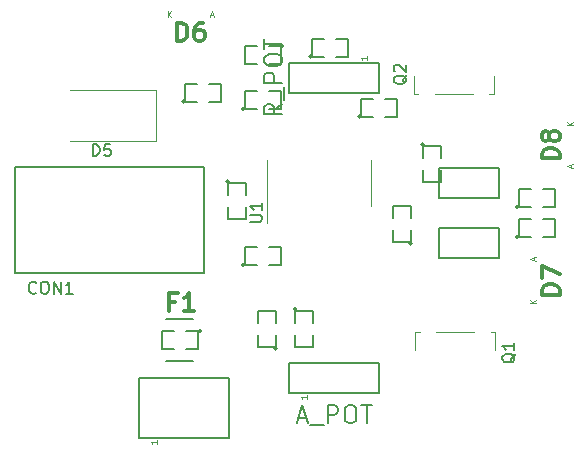
<source format=gbr>
G04 #@! TF.GenerationSoftware,KiCad,Pcbnew,5.99.0-unknown-d20d310~100~ubuntu19.10.1*
G04 #@! TF.CreationDate,2019-12-12T13:35:59+01:00*
G04 #@! TF.ProjectId,DEWHEAT,44455748-4541-4542-9e6b-696361645f70,rev?*
G04 #@! TF.SameCoordinates,Original*
G04 #@! TF.FileFunction,Legend,Top*
G04 #@! TF.FilePolarity,Positive*
%FSLAX46Y46*%
G04 Gerber Fmt 4.6, Leading zero omitted, Abs format (unit mm)*
G04 Created by KiCad (PCBNEW 5.99.0-unknown-d20d310~100~ubuntu19.10.1) date 2019-12-12 13:35:59*
%MOMM*%
%LPD*%
G04 APERTURE LIST*
%ADD10C,0.127000*%
%ADD11C,0.120000*%
%ADD12C,0.150000*%
%ADD13C,0.203200*%
%ADD14C,0.050000*%
%ADD15C,0.304800*%
%ADD16C,0.099060*%
G04 APERTURE END LIST*
D10*
X81675000Y-73715000D02*
X81675000Y-64715000D01*
X81675000Y-64715000D02*
X65675000Y-64715000D01*
X65675000Y-64715000D02*
X65675000Y-73715000D01*
X65675000Y-73715000D02*
X81675000Y-73715000D01*
D11*
X77625000Y-62475000D02*
X70325000Y-62475000D01*
X77625000Y-58175000D02*
X70325000Y-58175000D01*
X77625000Y-62475000D02*
X77625000Y-58175000D01*
D12*
X88900000Y-55880000D02*
X96520000Y-55880000D01*
X88900000Y-58420000D02*
X88900000Y-55880000D01*
X96520000Y-58420000D02*
X88900000Y-58420000D01*
X96520000Y-55880000D02*
X96520000Y-58420000D01*
X96520000Y-83820000D02*
X88900000Y-83820000D01*
X96520000Y-81280000D02*
X96520000Y-83820000D01*
X88900000Y-81280000D02*
X96520000Y-81280000D01*
X88900000Y-83820000D02*
X88900000Y-81280000D01*
X88201500Y-73025000D02*
X87185500Y-73025000D01*
X88201500Y-71501000D02*
X88201500Y-73025000D01*
X87185500Y-71501000D02*
X88201500Y-71501000D01*
X86169500Y-73025000D02*
X85153500Y-73025000D01*
X85153500Y-73025000D02*
G75*
G03X85153500Y-73025000I-127000J0D01*
G01*
X85153500Y-73025000D02*
X85153500Y-71501000D01*
X85153500Y-71501000D02*
X86169500Y-71501000D01*
D11*
X87005000Y-66040000D02*
X87005000Y-69490000D01*
X87005000Y-66040000D02*
X87005000Y-64090000D01*
X95875000Y-66040000D02*
X95875000Y-67990000D01*
X95875000Y-66040000D02*
X95875000Y-64090000D01*
D12*
X111379000Y-68072000D02*
X110363000Y-68072000D01*
X111379000Y-66548000D02*
X111379000Y-68072000D01*
X110363000Y-66548000D02*
X111379000Y-66548000D01*
X109347000Y-68072000D02*
X108331000Y-68072000D01*
X108331000Y-68072000D02*
G75*
G03X108331000Y-68072000I-127000J0D01*
G01*
X108331000Y-68072000D02*
X108331000Y-66548000D01*
X108331000Y-66548000D02*
X109347000Y-66548000D01*
X111379000Y-70612000D02*
X110363000Y-70612000D01*
X111379000Y-69088000D02*
X111379000Y-70612000D01*
X110363000Y-69088000D02*
X111379000Y-69088000D01*
X109347000Y-70612000D02*
X108331000Y-70612000D01*
X108331000Y-70612000D02*
G75*
G03X108331000Y-70612000I-127000J0D01*
G01*
X108331000Y-70612000D02*
X108331000Y-69088000D01*
X108331000Y-69088000D02*
X109347000Y-69088000D01*
X100203000Y-65976500D02*
X100203000Y-64960500D01*
X101727000Y-65976500D02*
X100203000Y-65976500D01*
X101727000Y-64960500D02*
X101727000Y-65976500D01*
X100203000Y-63944500D02*
X100203000Y-62928500D01*
X100330000Y-62801500D02*
G75*
G03X100330000Y-62801500I-127000J0D01*
G01*
X100203000Y-62928500D02*
X101727000Y-62928500D01*
X101727000Y-62928500D02*
X101727000Y-63944500D01*
X99187000Y-68008500D02*
X99187000Y-69024500D01*
X97663000Y-68008500D02*
X99187000Y-68008500D01*
X97663000Y-69024500D02*
X97663000Y-68008500D01*
X99187000Y-70040500D02*
X99187000Y-71056500D01*
X99314000Y-71183500D02*
G75*
G03X99314000Y-71183500I-127000J0D01*
G01*
X99187000Y-71056500D02*
X97663000Y-71056500D01*
X97663000Y-71056500D02*
X97663000Y-70040500D01*
X83121500Y-59182000D02*
X82105500Y-59182000D01*
X83121500Y-57658000D02*
X83121500Y-59182000D01*
X82105500Y-57658000D02*
X83121500Y-57658000D01*
X81089500Y-59182000D02*
X80073500Y-59182000D01*
X80073500Y-59182000D02*
G75*
G03X80073500Y-59182000I-127000J0D01*
G01*
X80073500Y-59182000D02*
X80073500Y-57658000D01*
X80073500Y-57658000D02*
X81089500Y-57658000D01*
X78168500Y-78613000D02*
X79184500Y-78613000D01*
X78168500Y-80137000D02*
X78168500Y-78613000D01*
X79184500Y-80137000D02*
X78168500Y-80137000D01*
X80200500Y-78613000D02*
X81216500Y-78613000D01*
X81470500Y-78613000D02*
G75*
G03X81470500Y-78613000I-127000J0D01*
G01*
X81216500Y-78613000D02*
X81216500Y-80137000D01*
X81216500Y-80137000D02*
X80200500Y-80137000D01*
D11*
X99820000Y-58550000D02*
X99470000Y-58550000D01*
X99470000Y-58550000D02*
X99470000Y-57050000D01*
X104470000Y-58550000D02*
X101270000Y-58550000D01*
X106270000Y-57050000D02*
X106270000Y-58550000D01*
X106270000Y-58550000D02*
X105870000Y-58550000D01*
X106020000Y-78720000D02*
X106370000Y-78720000D01*
X106370000Y-78720000D02*
X106370000Y-80220000D01*
X101370000Y-78720000D02*
X104570000Y-78720000D01*
X99570000Y-80220000D02*
X99570000Y-78720000D01*
X99570000Y-78720000D02*
X99970000Y-78720000D01*
D12*
X106680000Y-67310000D02*
X101600000Y-67310000D01*
X106680000Y-64770000D02*
X106680000Y-67310000D01*
X101600000Y-64770000D02*
X106680000Y-64770000D01*
X101600000Y-67310000D02*
X101600000Y-64770000D01*
X106680000Y-72390000D02*
X101600000Y-72390000D01*
X106680000Y-69850000D02*
X106680000Y-72390000D01*
X101600000Y-69850000D02*
X106680000Y-69850000D01*
X101600000Y-72390000D02*
X101600000Y-69850000D01*
X83820000Y-87630000D02*
X76200000Y-87630000D01*
X83820000Y-82550000D02*
X83820000Y-87630000D01*
X76200000Y-82550000D02*
X83820000Y-82550000D01*
X76200000Y-87630000D02*
X76200000Y-82550000D01*
X78497000Y-77597000D02*
X80783000Y-77597000D01*
X78497000Y-81153000D02*
X80783000Y-81153000D01*
X85153500Y-54483000D02*
X86169500Y-54483000D01*
X85153500Y-56007000D02*
X85153500Y-54483000D01*
X86169500Y-56007000D02*
X85153500Y-56007000D01*
X87185500Y-54483000D02*
X88201500Y-54483000D01*
X88455500Y-54483000D02*
G75*
G03X88455500Y-54483000I-127000J0D01*
G01*
X88201500Y-54483000D02*
X88201500Y-56007000D01*
X88201500Y-56007000D02*
X87185500Y-56007000D01*
X87757000Y-76898500D02*
X87757000Y-77914500D01*
X86233000Y-76898500D02*
X87757000Y-76898500D01*
X86233000Y-77914500D02*
X86233000Y-76898500D01*
X87757000Y-78930500D02*
X87757000Y-79946500D01*
X87884000Y-80073500D02*
G75*
G03X87884000Y-80073500I-127000J0D01*
G01*
X87757000Y-79946500D02*
X86233000Y-79946500D01*
X86233000Y-79946500D02*
X86233000Y-78930500D01*
X93916500Y-55372000D02*
X92900500Y-55372000D01*
X93916500Y-53848000D02*
X93916500Y-55372000D01*
X92900500Y-53848000D02*
X93916500Y-53848000D01*
X91884500Y-55372000D02*
X90868500Y-55372000D01*
X90868500Y-55372000D02*
G75*
G03X90868500Y-55372000I-127000J0D01*
G01*
X90868500Y-55372000D02*
X90868500Y-53848000D01*
X90868500Y-53848000D02*
X91884500Y-53848000D01*
X89408000Y-79946500D02*
X89408000Y-78930500D01*
X90932000Y-79946500D02*
X89408000Y-79946500D01*
X90932000Y-78930500D02*
X90932000Y-79946500D01*
X89408000Y-77914500D02*
X89408000Y-76898500D01*
X89535000Y-76771500D02*
G75*
G03X89535000Y-76771500I-127000J0D01*
G01*
X89408000Y-76898500D02*
X90932000Y-76898500D01*
X90932000Y-76898500D02*
X90932000Y-77914500D01*
X98044000Y-60452000D02*
X97028000Y-60452000D01*
X98044000Y-58928000D02*
X98044000Y-60452000D01*
X97028000Y-58928000D02*
X98044000Y-58928000D01*
X96012000Y-60452000D02*
X94996000Y-60452000D01*
X94996000Y-60452000D02*
G75*
G03X94996000Y-60452000I-127000J0D01*
G01*
X94996000Y-60452000D02*
X94996000Y-58928000D01*
X94996000Y-58928000D02*
X96012000Y-58928000D01*
X83693000Y-69151500D02*
X83693000Y-68135500D01*
X85217000Y-69151500D02*
X83693000Y-69151500D01*
X85217000Y-68135500D02*
X85217000Y-69151500D01*
X83693000Y-67119500D02*
X83693000Y-66103500D01*
X83820000Y-65976500D02*
G75*
G03X83820000Y-65976500I-127000J0D01*
G01*
X83693000Y-66103500D02*
X85217000Y-66103500D01*
X85217000Y-66103500D02*
X85217000Y-67119500D01*
X88201500Y-59817000D02*
X87185500Y-59817000D01*
X88201500Y-58293000D02*
X88201500Y-59817000D01*
X87185500Y-58293000D02*
X88201500Y-58293000D01*
X86169500Y-59817000D02*
X85153500Y-59817000D01*
X85153500Y-59817000D02*
G75*
G03X85153500Y-59817000I-127000J0D01*
G01*
X85153500Y-59817000D02*
X85153500Y-58293000D01*
X85153500Y-58293000D02*
X86169500Y-58293000D01*
D13*
X67485985Y-75343657D02*
X67437604Y-75392038D01*
X67292461Y-75440419D01*
X67195700Y-75440419D01*
X67050557Y-75392038D01*
X66953795Y-75295276D01*
X66905414Y-75198514D01*
X66857033Y-75004990D01*
X66857033Y-74859847D01*
X66905414Y-74666323D01*
X66953795Y-74569561D01*
X67050557Y-74472800D01*
X67195700Y-74424419D01*
X67292461Y-74424419D01*
X67437604Y-74472800D01*
X67485985Y-74521180D01*
X68114938Y-74424419D02*
X68308461Y-74424419D01*
X68405223Y-74472800D01*
X68501985Y-74569561D01*
X68550366Y-74763085D01*
X68550366Y-75101752D01*
X68501985Y-75295276D01*
X68405223Y-75392038D01*
X68308461Y-75440419D01*
X68114938Y-75440419D01*
X68018176Y-75392038D01*
X67921414Y-75295276D01*
X67873033Y-75101752D01*
X67873033Y-74763085D01*
X67921414Y-74569561D01*
X68018176Y-74472800D01*
X68114938Y-74424419D01*
X68985795Y-75440419D02*
X68985795Y-74424419D01*
X69566366Y-75440419D01*
X69566366Y-74424419D01*
X70582366Y-75440419D02*
X70001795Y-75440419D01*
X70292080Y-75440419D02*
X70292080Y-74424419D01*
X70195319Y-74569561D01*
X70098557Y-74666323D01*
X70001795Y-74714704D01*
D12*
X72286904Y-63777380D02*
X72286904Y-62777380D01*
X72525000Y-62777380D01*
X72667857Y-62825000D01*
X72763095Y-62920238D01*
X72810714Y-63015476D01*
X72858333Y-63205952D01*
X72858333Y-63348809D01*
X72810714Y-63539285D01*
X72763095Y-63634523D01*
X72667857Y-63729761D01*
X72525000Y-63777380D01*
X72286904Y-63777380D01*
X73763095Y-62777380D02*
X73286904Y-62777380D01*
X73239285Y-63253571D01*
X73286904Y-63205952D01*
X73382142Y-63158333D01*
X73620238Y-63158333D01*
X73715476Y-63205952D01*
X73763095Y-63253571D01*
X73810714Y-63348809D01*
X73810714Y-63586904D01*
X73763095Y-63682142D01*
X73715476Y-63729761D01*
X73620238Y-63777380D01*
X73382142Y-63777380D01*
X73286904Y-63729761D01*
X73239285Y-63682142D01*
X88308571Y-59364285D02*
X87594285Y-59864285D01*
X88308571Y-60221428D02*
X86808571Y-60221428D01*
X86808571Y-59650000D01*
X86880000Y-59507142D01*
X86951428Y-59435714D01*
X87094285Y-59364285D01*
X87308571Y-59364285D01*
X87451428Y-59435714D01*
X87522857Y-59507142D01*
X87594285Y-59650000D01*
X87594285Y-60221428D01*
X88451428Y-59078571D02*
X88451428Y-57935714D01*
X88308571Y-57578571D02*
X86808571Y-57578571D01*
X86808571Y-57007142D01*
X86880000Y-56864285D01*
X86951428Y-56792857D01*
X87094285Y-56721428D01*
X87308571Y-56721428D01*
X87451428Y-56792857D01*
X87522857Y-56864285D01*
X87594285Y-57007142D01*
X87594285Y-57578571D01*
X86808571Y-55792857D02*
X86808571Y-55507142D01*
X86880000Y-55364285D01*
X87022857Y-55221428D01*
X87308571Y-55150000D01*
X87808571Y-55150000D01*
X88094285Y-55221428D01*
X88237142Y-55364285D01*
X88308571Y-55507142D01*
X88308571Y-55792857D01*
X88237142Y-55935714D01*
X88094285Y-56078571D01*
X87808571Y-56150000D01*
X87308571Y-56150000D01*
X87022857Y-56078571D01*
X86880000Y-55935714D01*
X86808571Y-55792857D01*
X86808571Y-54721428D02*
X86808571Y-53864285D01*
X88308571Y-54292857D02*
X86808571Y-54292857D01*
D14*
X95476190Y-55356142D02*
X95476190Y-55641857D01*
X95476190Y-55499000D02*
X94976190Y-55499000D01*
X95047619Y-55546619D01*
X95095238Y-55594238D01*
X95119047Y-55641857D01*
D12*
X89674285Y-85975000D02*
X90388571Y-85975000D01*
X89531428Y-86403571D02*
X90031428Y-84903571D01*
X90531428Y-86403571D01*
X90674285Y-86546428D02*
X91817142Y-86546428D01*
X92174285Y-86403571D02*
X92174285Y-84903571D01*
X92745714Y-84903571D01*
X92888571Y-84975000D01*
X92960000Y-85046428D01*
X93031428Y-85189285D01*
X93031428Y-85403571D01*
X92960000Y-85546428D01*
X92888571Y-85617857D01*
X92745714Y-85689285D01*
X92174285Y-85689285D01*
X93960000Y-84903571D02*
X94245714Y-84903571D01*
X94388571Y-84975000D01*
X94531428Y-85117857D01*
X94602857Y-85403571D01*
X94602857Y-85903571D01*
X94531428Y-86189285D01*
X94388571Y-86332142D01*
X94245714Y-86403571D01*
X93960000Y-86403571D01*
X93817142Y-86332142D01*
X93674285Y-86189285D01*
X93602857Y-85903571D01*
X93602857Y-85403571D01*
X93674285Y-85117857D01*
X93817142Y-84975000D01*
X93960000Y-84903571D01*
X95031428Y-84903571D02*
X95888571Y-84903571D01*
X95460000Y-86403571D02*
X95460000Y-84903571D01*
D14*
X90396190Y-84058142D02*
X90396190Y-84343857D01*
X90396190Y-84201000D02*
X89896190Y-84201000D01*
X89967619Y-84248619D01*
X90015238Y-84296238D01*
X90039047Y-84343857D01*
D12*
X85612380Y-69341904D02*
X86421904Y-69341904D01*
X86517142Y-69294285D01*
X86564761Y-69246666D01*
X86612380Y-69151428D01*
X86612380Y-68960952D01*
X86564761Y-68865714D01*
X86517142Y-68818095D01*
X86421904Y-68770476D01*
X85612380Y-68770476D01*
X86612380Y-67770476D02*
X86612380Y-68341904D01*
X86612380Y-68056190D02*
X85612380Y-68056190D01*
X85755238Y-68151428D01*
X85850476Y-68246666D01*
X85898095Y-68341904D01*
X98867619Y-56945238D02*
X98820000Y-57040476D01*
X98724761Y-57135714D01*
X98581904Y-57278571D01*
X98534285Y-57373809D01*
X98534285Y-57469047D01*
X98772380Y-57421428D02*
X98724761Y-57516666D01*
X98629523Y-57611904D01*
X98439047Y-57659523D01*
X98105714Y-57659523D01*
X97915238Y-57611904D01*
X97820000Y-57516666D01*
X97772380Y-57421428D01*
X97772380Y-57230952D01*
X97820000Y-57135714D01*
X97915238Y-57040476D01*
X98105714Y-56992857D01*
X98439047Y-56992857D01*
X98629523Y-57040476D01*
X98724761Y-57135714D01*
X98772380Y-57230952D01*
X98772380Y-57421428D01*
X97867619Y-56611904D02*
X97820000Y-56564285D01*
X97772380Y-56469047D01*
X97772380Y-56230952D01*
X97820000Y-56135714D01*
X97867619Y-56088095D01*
X97962857Y-56040476D01*
X98058095Y-56040476D01*
X98200952Y-56088095D01*
X98772380Y-56659523D01*
X98772380Y-56040476D01*
X108067619Y-80515238D02*
X108020000Y-80610476D01*
X107924761Y-80705714D01*
X107781904Y-80848571D01*
X107734285Y-80943809D01*
X107734285Y-81039047D01*
X107972380Y-80991428D02*
X107924761Y-81086666D01*
X107829523Y-81181904D01*
X107639047Y-81229523D01*
X107305714Y-81229523D01*
X107115238Y-81181904D01*
X107020000Y-81086666D01*
X106972380Y-80991428D01*
X106972380Y-80800952D01*
X107020000Y-80705714D01*
X107115238Y-80610476D01*
X107305714Y-80562857D01*
X107639047Y-80562857D01*
X107829523Y-80610476D01*
X107924761Y-80705714D01*
X107972380Y-80800952D01*
X107972380Y-80991428D01*
X107972380Y-79610476D02*
X107972380Y-80181904D01*
X107972380Y-79896190D02*
X106972380Y-79896190D01*
X107115238Y-79991428D01*
X107210476Y-80086666D01*
X107258095Y-80181904D01*
D14*
X77696190Y-87868142D02*
X77696190Y-88153857D01*
X77696190Y-88011000D02*
X77196190Y-88011000D01*
X77267619Y-88058619D01*
X77315238Y-88106238D01*
X77339047Y-88153857D01*
D15*
X79266620Y-76111462D02*
X78758620Y-76111462D01*
X78758620Y-76909748D02*
X78758620Y-75385748D01*
X79484334Y-75385748D01*
X80863191Y-76909748D02*
X79992334Y-76909748D01*
X80427762Y-76909748D02*
X80427762Y-75385748D01*
X80282620Y-75603462D01*
X80137477Y-75748605D01*
X79992334Y-75821177D01*
X111814428Y-63989857D02*
X110290428Y-63989857D01*
X110290428Y-63627000D01*
X110363000Y-63409285D01*
X110508142Y-63264142D01*
X110653285Y-63191571D01*
X110943571Y-63119000D01*
X111161285Y-63119000D01*
X111451571Y-63191571D01*
X111596714Y-63264142D01*
X111741857Y-63409285D01*
X111814428Y-63627000D01*
X111814428Y-63989857D01*
X110943571Y-62248142D02*
X110871000Y-62393285D01*
X110798428Y-62465857D01*
X110653285Y-62538428D01*
X110580714Y-62538428D01*
X110435571Y-62465857D01*
X110363000Y-62393285D01*
X110290428Y-62248142D01*
X110290428Y-61957857D01*
X110363000Y-61812714D01*
X110435571Y-61740142D01*
X110580714Y-61667571D01*
X110653285Y-61667571D01*
X110798428Y-61740142D01*
X110871000Y-61812714D01*
X110943571Y-61957857D01*
X110943571Y-62248142D01*
X111016142Y-62393285D01*
X111088714Y-62465857D01*
X111233857Y-62538428D01*
X111524142Y-62538428D01*
X111669285Y-62465857D01*
X111741857Y-62393285D01*
X111814428Y-62248142D01*
X111814428Y-61957857D01*
X111741857Y-61812714D01*
X111669285Y-61740142D01*
X111524142Y-61667571D01*
X111233857Y-61667571D01*
X111088714Y-61740142D01*
X111016142Y-61812714D01*
X110943571Y-61957857D01*
D16*
X112900762Y-61195191D02*
X112400382Y-61195191D01*
X112900762Y-60909260D02*
X112614830Y-61123709D01*
X112400382Y-60909260D02*
X112686313Y-61195191D01*
X112757796Y-64784998D02*
X112757796Y-64546721D01*
X112900762Y-64832653D02*
X112400382Y-64665860D01*
X112900762Y-64499066D01*
D15*
X111814428Y-75514857D02*
X110290428Y-75514857D01*
X110290428Y-75152000D01*
X110363000Y-74934285D01*
X110508142Y-74789142D01*
X110653285Y-74716571D01*
X110943571Y-74644000D01*
X111161285Y-74644000D01*
X111451571Y-74716571D01*
X111596714Y-74789142D01*
X111741857Y-74934285D01*
X111814428Y-75152000D01*
X111814428Y-75514857D01*
X110290428Y-74136000D02*
X110290428Y-73120000D01*
X111814428Y-73773142D01*
D16*
X109801962Y-76226911D02*
X109301582Y-76226911D01*
X109801962Y-75940980D02*
X109516030Y-76155429D01*
X109301582Y-75940980D02*
X109587513Y-76226911D01*
X109658996Y-72613278D02*
X109658996Y-72375001D01*
X109801962Y-72660933D02*
X109301582Y-72494140D01*
X109801962Y-72327346D01*
D15*
X79425142Y-54029428D02*
X79425142Y-52505428D01*
X79788000Y-52505428D01*
X80005714Y-52578000D01*
X80150857Y-52723142D01*
X80223428Y-52868285D01*
X80296000Y-53158571D01*
X80296000Y-53376285D01*
X80223428Y-53666571D01*
X80150857Y-53811714D01*
X80005714Y-53956857D01*
X79788000Y-54029428D01*
X79425142Y-54029428D01*
X81602285Y-52505428D02*
X81312000Y-52505428D01*
X81166857Y-52578000D01*
X81094285Y-52650571D01*
X80949142Y-52868285D01*
X80876571Y-53158571D01*
X80876571Y-53739142D01*
X80949142Y-53884285D01*
X81021714Y-53956857D01*
X81166857Y-54029428D01*
X81457142Y-54029428D01*
X81602285Y-53956857D01*
X81674857Y-53884285D01*
X81747428Y-53739142D01*
X81747428Y-53376285D01*
X81674857Y-53231142D01*
X81602285Y-53158571D01*
X81457142Y-53086000D01*
X81166857Y-53086000D01*
X81021714Y-53158571D01*
X80949142Y-53231142D01*
X80876571Y-53376285D01*
D16*
X78618088Y-52016962D02*
X78618088Y-51516582D01*
X78904019Y-52016962D02*
X78689570Y-51731030D01*
X78904019Y-51516582D02*
X78618088Y-51802513D01*
X82231721Y-51873996D02*
X82469998Y-51873996D01*
X82184066Y-52016962D02*
X82350860Y-51516582D01*
X82517653Y-52016962D01*
M02*

</source>
